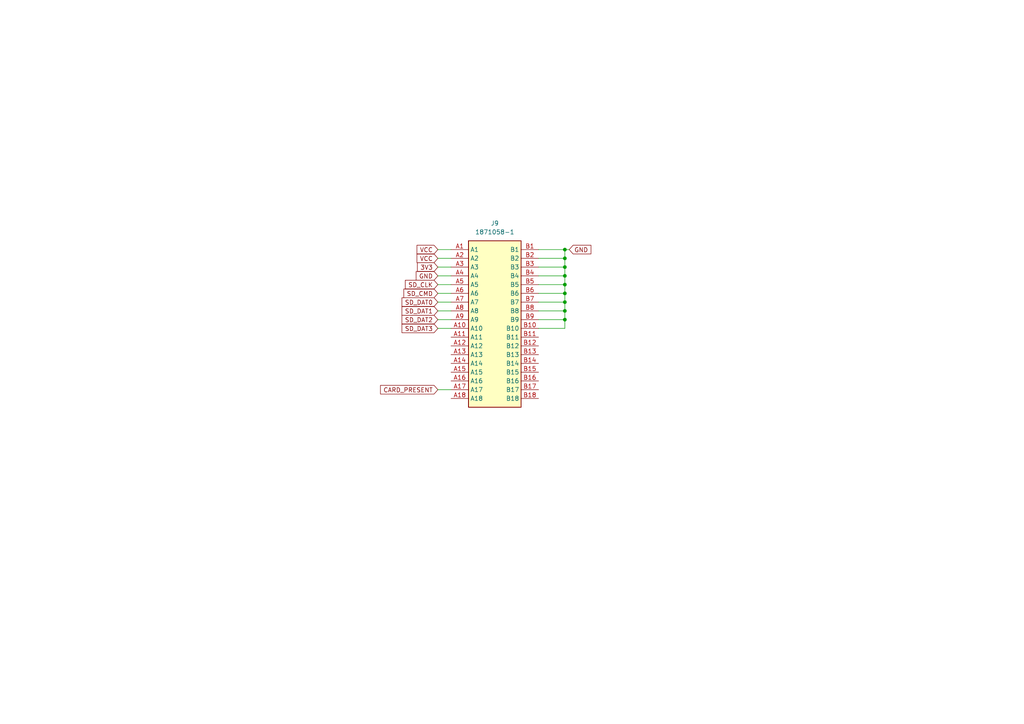
<source format=kicad_sch>
(kicad_sch (version 20231120) (generator "eeschema") (generator_version "8.0")
  (paper "A4")
  (lib_symbols
    (symbol "1871058-1:1871058-1"
      (property "Reference" "J" (at 21.59 7.62 0))
      (property "Value" "1871058-1" (at 21.59 5.08 0))
      (symbol "1871058-1_1_1"
        (rectangle (start 5.08 2.54) (end 20.32 -45.72) (stroke (width 0.254)) (fill (type background)))
        (pin passive line (at 0 0 0) (length 5.08) (name "A1") (number "A1"))
        (pin passive line (at 0 -22.86 0) (length 5.08) (name "A10") (number "A10"))
        (pin passive line (at 0 -25.4 0) (length 5.08) (name "A11") (number "A11"))
        (pin passive line (at 0 -27.94 0) (length 5.08) (name "A12") (number "A12"))
        (pin passive line (at 0 -30.48 0) (length 5.08) (name "A13") (number "A13"))
        (pin passive line (at 0 -33.02 0) (length 5.08) (name "A14") (number "A14"))
        (pin passive line (at 0 -35.56 0) (length 5.08) (name "A15") (number "A15"))
        (pin passive line (at 0 -38.1 0) (length 5.08) (name "A16") (number "A16"))
        (pin passive line (at 0 -40.64 0) (length 5.08) (name "A17") (number "A17"))
        (pin passive line (at 0 -43.18 0) (length 5.08) (name "A18") (number "A18"))
        (pin passive line (at 0 -2.54 0) (length 5.08) (name "A2") (number "A2"))
        (pin passive line (at 0 -5.08 0) (length 5.08) (name "A3") (number "A3"))
        (pin passive line (at 0 -7.62 0) (length 5.08) (name "A4") (number "A4"))
        (pin passive line (at 0 -10.16 0) (length 5.08) (name "A5") (number "A5"))
        (pin passive line (at 0 -12.7 0) (length 5.08) (name "A6") (number "A6"))
        (pin passive line (at 0 -15.24 0) (length 5.08) (name "A7") (number "A7"))
        (pin passive line (at 0 -17.78 0) (length 5.08) (name "A8") (number "A8"))
        (pin passive line (at 0 -20.32 0) (length 5.08) (name "A9") (number "A9"))
        (pin passive line (at 25.4 0 180) (length 5.08) (name "B1") (number "B1"))
        (pin passive line (at 25.4 -22.86 180) (length 5.08) (name "B10") (number "B10"))
        (pin passive line (at 25.4 -25.4 180) (length 5.08) (name "B11") (number "B11"))
        (pin passive line (at 25.4 -27.94 180) (length 5.08) (name "B12") (number "B12"))
        (pin passive line (at 25.4 -30.48 180) (length 5.08) (name "B13") (number "B13"))
        (pin passive line (at 25.4 -33.02 180) (length 5.08) (name "B14") (number "B14"))
        (pin passive line (at 25.4 -35.56 180) (length 5.08) (name "B15") (number "B15"))
        (pin passive line (at 25.4 -38.1 180) (length 5.08) (name "B16") (number "B16"))
        (pin passive line (at 25.4 -40.64 180) (length 5.08) (name "B17") (number "B17"))
        (pin passive line (at 25.4 -43.18 180) (length 5.08) (name "B18") (number "B18"))
        (pin passive line (at 25.4 -2.54 180) (length 5.08) (name "B2") (number "B2"))
        (pin passive line (at 25.4 -5.08 180) (length 5.08) (name "B3") (number "B3"))
        (pin passive line (at 25.4 -7.62 180) (length 5.08) (name "B4") (number "B4"))
        (pin passive line (at 25.4 -10.16 180) (length 5.08) (name "B5") (number "B5"))
        (pin passive line (at 25.4 -12.7 180) (length 5.08) (name "B6") (number "B6"))
        (pin passive line (at 25.4 -15.24 180) (length 5.08) (name "B7") (number "B7"))
        (pin passive line (at 25.4 -17.78 180) (length 5.08) (name "B8") (number "B8"))
        (pin passive line (at 25.4 -20.32 180) (length 5.08) (name "B9") (number "B9"))
      )
    )
  )
  (junction (at 163.83 74.93))
  (junction (at 163.83 90.17))
  (junction (at 163.83 72.39))
  (junction (at 163.83 80.01))
  (junction (at 163.83 82.55))
  (junction (at 163.83 92.71))
  (junction (at 163.83 85.09))
  (junction (at 163.83 87.63))
  (junction (at 163.83 77.47))
  (wire (pts (xy 156.21 87.63) (xy 163.83 87.63)))
  (wire (pts (xy 156.21 80.01) (xy 163.83 80.01)))
  (wire (pts (xy 156.21 77.47) (xy 163.83 77.47)))
  (wire (pts (xy 127 92.71) (xy 130.81 92.71)))
  (wire (pts (xy 127 77.47) (xy 130.81 77.47)))
  (wire (pts (xy 127 113.03) (xy 130.81 113.03)))
  (wire (pts (xy 163.83 72.39) (xy 165.1 72.39)))
  (wire (pts (xy 163.83 85.09) (xy 163.83 82.55)))
  (wire (pts (xy 127 90.17) (xy 130.81 90.17)))
  (wire (pts (xy 163.83 80.01) (xy 163.83 77.47)))
  (wire (pts (xy 156.21 90.17) (xy 163.83 90.17)))
  (wire (pts (xy 127 87.63) (xy 130.81 87.63)))
  (wire (pts (xy 156.21 92.71) (xy 163.83 92.71)))
  (wire (pts (xy 163.83 77.47) (xy 163.83 74.93)))
  (wire (pts (xy 156.21 85.09) (xy 163.83 85.09)))
  (wire (pts (xy 163.83 82.55) (xy 163.83 80.01)))
  (wire (pts (xy 127 95.25) (xy 130.81 95.25)))
  (wire (pts (xy 163.83 74.93) (xy 163.83 72.39)))
  (wire (pts (xy 156.21 82.55) (xy 163.83 82.55)))
  (wire (pts (xy 163.83 92.71) (xy 163.83 90.17)))
  (wire (pts (xy 163.83 90.17) (xy 163.83 87.63)))
  (wire (pts (xy 127 80.01) (xy 130.81 80.01)))
  (wire (pts (xy 156.21 72.39) (xy 163.83 72.39)))
  (wire (pts (xy 163.83 87.63) (xy 163.83 85.09)))
  (wire (pts (xy 163.83 95.25) (xy 163.83 92.71)))
  (wire (pts (xy 127 72.39) (xy 130.81 72.39)))
  (wire (pts (xy 127 85.09) (xy 130.81 85.09)))
  (wire (pts (xy 127 82.55) (xy 130.81 82.55)))
  (wire (pts (xy 156.21 95.25) (xy 163.83 95.25)))
  (wire (pts (xy 127 74.93) (xy 130.81 74.93)))
  (wire (pts (xy 156.21 74.93) (xy 163.83 74.93)))
  (global_label "VCC" (shape input) (at 127 74.93 180) (property "Intersheetrefs" "${INTERSHEET_REFS}" (effects (hide yes))))
  (global_label "SD_CMD" (shape input) (at 127 85.09 180) (property "Intersheetrefs" "${INTERSHEET_REFS}" (effects (hide yes))))
  (global_label "VCC" (shape input) (at 127 72.39 180) (property "Intersheetrefs" "${INTERSHEET_REFS}" (effects (hide yes))))
  (global_label "GND" (shape input) (at 127 80.01 180) (property "Intersheetrefs" "${INTERSHEET_REFS}" (effects (hide yes))))
  (global_label "GND" (shape input) (at 165.1 72.39 0) (property "Intersheetrefs" "${INTERSHEET_REFS}" (effects (hide yes))))
  (global_label "3V3" (shape input) (at 127 77.47 180) (property "Intersheetrefs" "${INTERSHEET_REFS}" (effects (hide yes))))
  (global_label "CARD_PRESENT" (shape input) (at 127 113.03 180) (property "Intersheetrefs" "${INTERSHEET_REFS}" (effects (hide yes))))
  (global_label "SD_DAT3" (shape input) (at 127 95.25 180) (property "Intersheetrefs" "${INTERSHEET_REFS}" (effects (hide yes))))
  (global_label "SD_DAT2" (shape input) (at 127 92.71 180) (property "Intersheetrefs" "${INTERSHEET_REFS}" (effects (hide yes))))
  (global_label "SD_DAT0" (shape input) (at 127 87.63 180) (property "Intersheetrefs" "${INTERSHEET_REFS}" (effects (hide yes))))
  (global_label "SD_DAT1" (shape input) (at 127 90.17 180) (property "Intersheetrefs" "${INTERSHEET_REFS}" (effects (hide yes))))
  (global_label "SD_CLK" (shape input) (at 127 82.55 180) (property "Intersheetrefs" "${INTERSHEET_REFS}" (effects (hide yes))))
  (symbol (lib_id "1871058-1:1871058-1") (at 130.81 72.39 0) (unit 1)
    (property "Reference" "J9" (at 143.51 64.77 0))
    (property "Value" "1871058-1" (at 143.51 67.31 0))
    (property "Footprint" "LIB_1871058-1:18710581" (effects (hide yes)))
    (property "Datasheet" "https://www.te.com/commerce/DocumentDelivery/DDEController?Action=showdoc&DocId=Customer+Drawing%7F1871058%7FH%7Fpdf%7FEnglish%7FENG_CD_1871058_H_baseFilename.pdf%7F1871058-1" (effects (hide yes)))
    (property "Description" "PCI EXPRESS CONN. EON TYPE, 36P, L=2.0" (effects (hide yes)))
    (property "Height" "11.25" (effects (hide yes)))
    (property "Manufacturer_Name" "TE Connectivity" (effects (hide yes)))
    (property "Manufacturer_Part_Number" "1871058-1" (effects (hide yes)))
    (property "Mouser Part Number" "571-1871058-1" (effects (hide yes)))
    (property "Mouser Price/Stock" "https://www.mouser.co.uk/ProductDetail/TE-Connectivity/1871058-1?qs=%252BoxYCnKeKt%252BrW4wNNMzC1A%3D%3D" (effects (hide yes)))
    (property "Arrow Part Number" "1871058-1" (effects (hide yes)))
    (property "Arrow Price/Stock" "https://www.arrow.com/en/products/1871058-1/te-connectivity?region=nac" (effects (hide yes)))
  )
)
</source>
